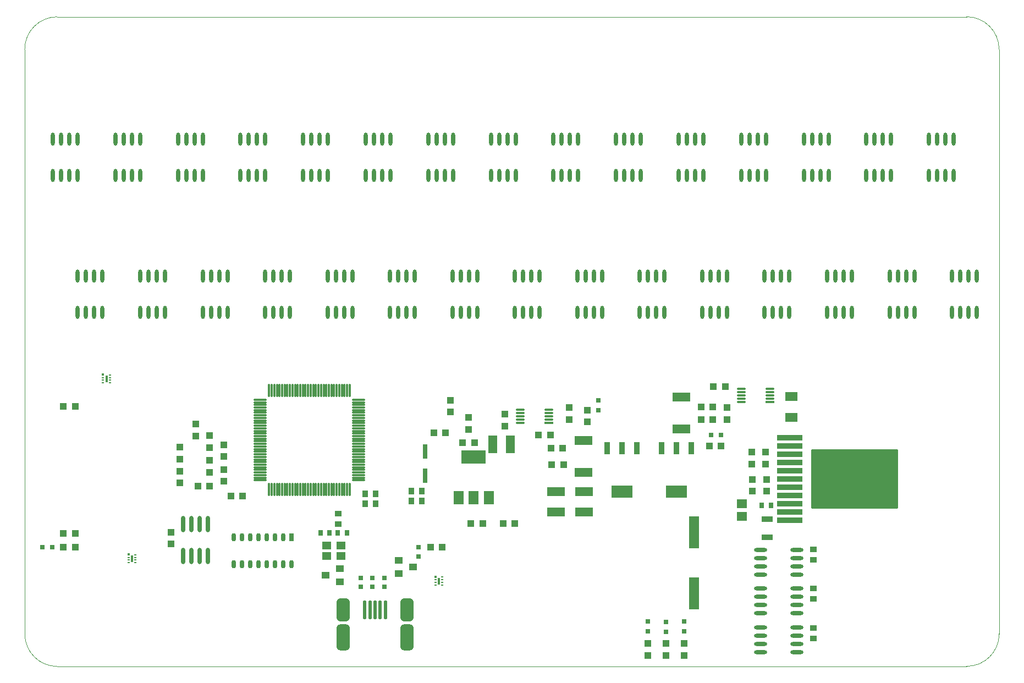
<source format=gtp>
G04 Layer_Color=8421504*
%FSLAX44Y44*%
%MOMM*%
G71*
G01*
G75*
%ADD10R,0.3500X1.1000*%
%ADD11R,0.4500X0.3500*%
%ADD12R,0.4500X0.2500*%
G04:AMPARAMS|DCode=13|XSize=0.9mm|YSize=3.9mm|CornerRadius=0.0495mm|HoleSize=0mm|Usage=FLASHONLY|Rotation=90.000|XOffset=0mm|YOffset=0mm|HoleType=Round|Shape=RoundedRectangle|*
%AMROUNDEDRECTD13*
21,1,0.9000,3.8010,0,0,90.0*
21,1,0.8010,3.9000,0,0,90.0*
1,1,0.0990,1.9005,0.4005*
1,1,0.0990,1.9005,-0.4005*
1,1,0.0990,-1.9005,-0.4005*
1,1,0.0990,-1.9005,0.4005*
%
%ADD13ROUNDEDRECTD13*%
G04:AMPARAMS|DCode=14|XSize=9.126mm|YSize=13.37mm|CornerRadius=0.0456mm|HoleSize=0mm|Usage=FLASHONLY|Rotation=90.000|XOffset=0mm|YOffset=0mm|HoleType=Round|Shape=RoundedRectangle|*
%AMROUNDEDRECTD14*
21,1,9.1260,13.2787,0,0,90.0*
21,1,9.0347,13.3700,0,0,90.0*
1,1,0.0913,6.6394,4.5174*
1,1,0.0913,6.6394,-4.5174*
1,1,0.0913,-6.6394,-4.5174*
1,1,0.0913,-6.6394,4.5174*
%
%ADD14ROUNDEDRECTD14*%
%ADD15O,2.0000X0.6000*%
%ADD16O,0.6000X2.0000*%
%ADD17R,1.1000X1.1000*%
%ADD18R,1.6000X5.0000*%
%ADD19R,1.1000X1.1000*%
%ADD20R,0.7620X0.7620*%
%ADD21R,2.8000X1.4500*%
%ADD22R,1.4500X0.3000*%
%ADD23O,1.4500X0.3000*%
%ADD24R,0.7620X0.7620*%
%ADD25R,1.3000X1.0000*%
%ADD26R,1.3000X1.0000*%
%ADD27R,0.6500X2.2000*%
%ADD28O,0.7000X2.5000*%
%ADD29O,2.1000X0.3000*%
%ADD30O,0.3000X2.1000*%
%ADD31R,1.5500X1.3500*%
%ADD32R,1.7000X0.9500*%
%ADD33R,1.9000X1.3500*%
%ADD34R,0.8000X0.7000*%
%ADD35R,0.7000X0.9000*%
%ADD36R,1.0000X0.9000*%
%ADD37R,1.4000X1.2000*%
%ADD38R,0.9000X1.9000*%
%ADD39R,3.2000X1.9000*%
G04:AMPARAMS|DCode=40|XSize=2.8mm|YSize=0.5mm|CornerRadius=0.125mm|HoleSize=0mm|Usage=FLASHONLY|Rotation=270.000|XOffset=0mm|YOffset=0mm|HoleType=Round|Shape=RoundedRectangle|*
%AMROUNDEDRECTD40*
21,1,2.8000,0.2500,0,0,270.0*
21,1,2.5500,0.5000,0,0,270.0*
1,1,0.2500,-0.1250,-1.2750*
1,1,0.2500,-0.1250,1.2750*
1,1,0.2500,0.1250,1.2750*
1,1,0.2500,0.1250,-1.2750*
%
%ADD40ROUNDEDRECTD40*%
G04:AMPARAMS|DCode=41|XSize=3.5mm|YSize=2.05mm|CornerRadius=0.5125mm|HoleSize=0mm|Usage=FLASHONLY|Rotation=270.000|XOffset=0mm|YOffset=0mm|HoleType=Round|Shape=RoundedRectangle|*
%AMROUNDEDRECTD41*
21,1,3.5000,1.0250,0,0,270.0*
21,1,2.4750,2.0500,0,0,270.0*
1,1,1.0250,-0.5125,-1.2375*
1,1,1.0250,-0.5125,1.2375*
1,1,1.0250,0.5125,1.2375*
1,1,1.0250,0.5125,-1.2375*
%
%ADD41ROUNDEDRECTD41*%
G04:AMPARAMS|DCode=42|XSize=4mm|YSize=2.05mm|CornerRadius=0.5125mm|HoleSize=0mm|Usage=FLASHONLY|Rotation=270.000|XOffset=0mm|YOffset=0mm|HoleType=Round|Shape=RoundedRectangle|*
%AMROUNDEDRECTD42*
21,1,4.0000,1.0250,0,0,270.0*
21,1,2.9750,2.0500,0,0,270.0*
1,1,1.0250,-0.5125,-1.4875*
1,1,1.0250,-0.5125,1.4875*
1,1,1.0250,0.5125,1.4875*
1,1,1.0250,0.5125,-1.4875*
%
%ADD42ROUNDEDRECTD42*%
G04:AMPARAMS|DCode=43|XSize=3.5mm|YSize=2.05mm|CornerRadius=0.5125mm|HoleSize=0mm|Usage=FLASHONLY|Rotation=270.000|XOffset=0mm|YOffset=0mm|HoleType=Round|Shape=RoundedRectangle|*
%AMROUNDEDRECTD43*
21,1,3.5000,1.0250,0,0,270.0*
21,1,2.4750,2.0500,0,0,270.0*
1,1,1.0250,-0.5125,-1.2375*
1,1,1.0250,-0.5125,1.2375*
1,1,1.0250,0.5125,1.2375*
1,1,1.0250,0.5125,-1.2375*
%
%ADD43ROUNDEDRECTD43*%
%ADD44R,0.9000X1.0000*%
%ADD45R,1.4000X2.7000*%
%ADD46R,2.8000X1.3500*%
%ADD47O,0.7600X1.2700*%
%ADD48R,0.7600X1.2700*%
%ADD49R,3.8100X2.0320*%
%ADD50R,1.5240X2.0320*%
%ADD63C,0.1000*%
D10*
X165100Y-834390D02*
D03*
X125730Y-557530D02*
D03*
X637540Y-868680D02*
D03*
D11*
X159850Y-827890D02*
D03*
X120480Y-551030D02*
D03*
X632290Y-862180D02*
D03*
D12*
X170350Y-828390D02*
D03*
X159850Y-832390D02*
D03*
Y-836390D02*
D03*
Y-840390D02*
D03*
X170350D02*
D03*
Y-836390D02*
D03*
Y-832390D02*
D03*
X130980Y-555530D02*
D03*
Y-559530D02*
D03*
Y-563530D02*
D03*
X120480D02*
D03*
Y-559530D02*
D03*
Y-555530D02*
D03*
X130980Y-551530D02*
D03*
X642790Y-866680D02*
D03*
Y-870680D02*
D03*
Y-874680D02*
D03*
X632290D02*
D03*
Y-870680D02*
D03*
Y-866680D02*
D03*
X642790Y-862680D02*
D03*
D13*
X1177760Y-647700D02*
D03*
Y-660400D02*
D03*
Y-673100D02*
D03*
Y-685800D02*
D03*
Y-698500D02*
D03*
Y-711200D02*
D03*
Y-723900D02*
D03*
Y-736600D02*
D03*
Y-749300D02*
D03*
Y-762000D02*
D03*
Y-774700D02*
D03*
D14*
X1277260Y-711200D02*
D03*
D15*
X1132840Y-977900D02*
D03*
X1188720Y-939800D02*
D03*
Y-977900D02*
D03*
X1132840Y-952500D02*
D03*
Y-939800D02*
D03*
X1188720Y-952500D02*
D03*
X1132840Y-965200D02*
D03*
X1188720D02*
D03*
X1132840Y-858520D02*
D03*
X1188720Y-820420D02*
D03*
Y-858520D02*
D03*
X1132840Y-833120D02*
D03*
Y-820420D02*
D03*
X1188720Y-833120D02*
D03*
X1132840Y-845820D02*
D03*
X1188720D02*
D03*
X1132840Y-918210D02*
D03*
X1188720Y-880110D02*
D03*
Y-918210D02*
D03*
X1132840Y-892810D02*
D03*
Y-880110D02*
D03*
X1188720Y-892810D02*
D03*
X1132840Y-905510D02*
D03*
X1188720D02*
D03*
D16*
X1430020Y-243840D02*
D03*
X1391920Y-187960D02*
D03*
X1430020D02*
D03*
X1404620Y-243840D02*
D03*
X1391920D02*
D03*
X1404620Y-187960D02*
D03*
X1417320Y-243840D02*
D03*
Y-187960D02*
D03*
X1427480Y-398780D02*
D03*
X1465580Y-454660D02*
D03*
X1427480D02*
D03*
X1452880Y-398780D02*
D03*
X1465580D02*
D03*
X1452880Y-454660D02*
D03*
X1440180Y-398780D02*
D03*
Y-454660D02*
D03*
X1333681Y-243840D02*
D03*
X1295581Y-187960D02*
D03*
X1333681D02*
D03*
X1308281Y-243840D02*
D03*
X1295581D02*
D03*
X1308281Y-187960D02*
D03*
X1320981Y-243840D02*
D03*
Y-187960D02*
D03*
X1331346Y-398780D02*
D03*
X1369446Y-454660D02*
D03*
X1331346D02*
D03*
X1356746Y-398780D02*
D03*
X1369446D02*
D03*
X1356746Y-454660D02*
D03*
X1344046Y-398780D02*
D03*
Y-454660D02*
D03*
X1237343Y-243840D02*
D03*
X1199243Y-187960D02*
D03*
X1237343D02*
D03*
X1211943Y-243840D02*
D03*
X1199243D02*
D03*
X1211943Y-187960D02*
D03*
X1224643Y-243840D02*
D03*
Y-187960D02*
D03*
X1235213Y-398780D02*
D03*
X1273313Y-454660D02*
D03*
X1235213D02*
D03*
X1260613Y-398780D02*
D03*
X1273313D02*
D03*
X1260613Y-454660D02*
D03*
X1247913Y-398780D02*
D03*
Y-454660D02*
D03*
X1141004Y-243840D02*
D03*
X1102904Y-187960D02*
D03*
X1141004D02*
D03*
X1115604Y-243840D02*
D03*
X1102904D02*
D03*
X1115604Y-187960D02*
D03*
X1128304Y-243840D02*
D03*
Y-187960D02*
D03*
X1139079Y-398780D02*
D03*
X1177179Y-454660D02*
D03*
X1139079D02*
D03*
X1164479Y-398780D02*
D03*
X1177179D02*
D03*
X1164479Y-454660D02*
D03*
X1151779Y-398780D02*
D03*
Y-454660D02*
D03*
X1044666Y-243840D02*
D03*
X1006566Y-187960D02*
D03*
X1044666D02*
D03*
X1019266Y-243840D02*
D03*
X1006566D02*
D03*
X1019266Y-187960D02*
D03*
X1031966Y-243840D02*
D03*
Y-187960D02*
D03*
X1042946Y-398780D02*
D03*
X1081046Y-454660D02*
D03*
X1042946D02*
D03*
X1068346Y-398780D02*
D03*
X1081046D02*
D03*
X1068346Y-454660D02*
D03*
X1055646Y-398780D02*
D03*
Y-454660D02*
D03*
X948327Y-243840D02*
D03*
X910227Y-187960D02*
D03*
X948327D02*
D03*
X922927Y-243840D02*
D03*
X910227D02*
D03*
X922927Y-187960D02*
D03*
X935627Y-243840D02*
D03*
Y-187960D02*
D03*
X946812Y-398780D02*
D03*
X984912Y-454660D02*
D03*
X946812D02*
D03*
X972212Y-398780D02*
D03*
X984912D02*
D03*
X972212Y-454660D02*
D03*
X959512Y-398780D02*
D03*
Y-454660D02*
D03*
X851989Y-243840D02*
D03*
X813888Y-187960D02*
D03*
X851989D02*
D03*
X826589Y-243840D02*
D03*
X813888D02*
D03*
X826589Y-187960D02*
D03*
X839288Y-243840D02*
D03*
Y-187960D02*
D03*
X850678Y-398780D02*
D03*
X888779Y-454660D02*
D03*
X850678D02*
D03*
X876078Y-398780D02*
D03*
X888779D02*
D03*
X876078Y-454660D02*
D03*
X863379Y-398780D02*
D03*
Y-454660D02*
D03*
X755650Y-243840D02*
D03*
X717550Y-187960D02*
D03*
X755650D02*
D03*
X730250Y-243840D02*
D03*
X717550D02*
D03*
X730250Y-187960D02*
D03*
X742950Y-243840D02*
D03*
Y-187960D02*
D03*
X754545Y-398780D02*
D03*
X792645Y-454660D02*
D03*
X754545D02*
D03*
X779945Y-398780D02*
D03*
X792645D02*
D03*
X779945Y-454660D02*
D03*
X767245Y-398780D02*
D03*
Y-454660D02*
D03*
X659311Y-243840D02*
D03*
X621211Y-187960D02*
D03*
X659311D02*
D03*
X633911Y-243840D02*
D03*
X621211D02*
D03*
X633911Y-187960D02*
D03*
X646611Y-243840D02*
D03*
Y-187960D02*
D03*
X658411Y-398780D02*
D03*
X696511Y-454660D02*
D03*
X658411D02*
D03*
X683811Y-398780D02*
D03*
X696511D02*
D03*
X683811Y-454660D02*
D03*
X671111Y-398780D02*
D03*
Y-454660D02*
D03*
X562973Y-243840D02*
D03*
X524873Y-187960D02*
D03*
X562973D02*
D03*
X537573Y-243840D02*
D03*
X524873D02*
D03*
X537573Y-187960D02*
D03*
X550273Y-243840D02*
D03*
Y-187960D02*
D03*
X562278Y-398780D02*
D03*
X600378Y-454660D02*
D03*
X562278D02*
D03*
X587678Y-398780D02*
D03*
X600378D02*
D03*
X587678Y-454660D02*
D03*
X574978Y-398780D02*
D03*
Y-454660D02*
D03*
X466634Y-243840D02*
D03*
X428534Y-187960D02*
D03*
X466634D02*
D03*
X441234Y-243840D02*
D03*
X428534D02*
D03*
X441234Y-187960D02*
D03*
X453934Y-243840D02*
D03*
Y-187960D02*
D03*
X466090Y-398780D02*
D03*
X504190Y-454660D02*
D03*
X466090D02*
D03*
X491490Y-398780D02*
D03*
X504190D02*
D03*
X491490Y-454660D02*
D03*
X478790Y-398780D02*
D03*
Y-454660D02*
D03*
X370296Y-243840D02*
D03*
X332196Y-187960D02*
D03*
X370296D02*
D03*
X344896Y-243840D02*
D03*
X332196D02*
D03*
X344896Y-187960D02*
D03*
X357596Y-243840D02*
D03*
Y-187960D02*
D03*
X370011Y-398780D02*
D03*
X408111Y-454660D02*
D03*
X370011D02*
D03*
X395411Y-398780D02*
D03*
X408111D02*
D03*
X395411Y-454660D02*
D03*
X382711Y-398780D02*
D03*
Y-454660D02*
D03*
X273957Y-243840D02*
D03*
X235857Y-187960D02*
D03*
X273957D02*
D03*
X248557Y-243840D02*
D03*
X235857D02*
D03*
X248557Y-187960D02*
D03*
X261257Y-243840D02*
D03*
Y-187960D02*
D03*
X273877Y-398780D02*
D03*
X311977Y-454660D02*
D03*
X273877D02*
D03*
X299277Y-398780D02*
D03*
X311977D02*
D03*
X299277Y-454660D02*
D03*
X286577Y-398780D02*
D03*
Y-454660D02*
D03*
X177619Y-243840D02*
D03*
X139519Y-187960D02*
D03*
X177619D02*
D03*
X152219Y-243840D02*
D03*
X139519D02*
D03*
X152219Y-187960D02*
D03*
X164919Y-243840D02*
D03*
Y-187960D02*
D03*
X177744Y-398780D02*
D03*
X215844Y-454660D02*
D03*
X177744D02*
D03*
X203144Y-398780D02*
D03*
X215844D02*
D03*
X203144Y-454660D02*
D03*
X190444Y-398780D02*
D03*
Y-454660D02*
D03*
X81280Y-243840D02*
D03*
X43180Y-187960D02*
D03*
X81280D02*
D03*
X55880Y-243840D02*
D03*
X43180D02*
D03*
X55880Y-187960D02*
D03*
X68580Y-243840D02*
D03*
Y-187960D02*
D03*
X81610Y-398780D02*
D03*
X119710Y-454660D02*
D03*
X81610D02*
D03*
X107010Y-398780D02*
D03*
X119710D02*
D03*
X107010Y-454660D02*
D03*
X94310Y-398780D02*
D03*
Y-454660D02*
D03*
D17*
X238760Y-699660D02*
D03*
Y-717660D02*
D03*
X238760Y-680830D02*
D03*
Y-662830D02*
D03*
X655320Y-590440D02*
D03*
Y-608440D02*
D03*
X683260Y-635110D02*
D03*
Y-617110D02*
D03*
X1080770Y-601870D02*
D03*
Y-619870D02*
D03*
X986790Y-982980D02*
D03*
Y-964980D02*
D03*
X866140Y-623680D02*
D03*
Y-605680D02*
D03*
X284480Y-683150D02*
D03*
Y-701150D02*
D03*
X284480Y-663050D02*
D03*
Y-645050D02*
D03*
X306070Y-677020D02*
D03*
Y-659020D02*
D03*
X306070Y-697120D02*
D03*
Y-715120D02*
D03*
X262890Y-627270D02*
D03*
Y-645270D02*
D03*
X224790Y-793640D02*
D03*
Y-811640D02*
D03*
X1141730Y-712360D02*
D03*
Y-730360D02*
D03*
X1120140D02*
D03*
Y-712360D02*
D03*
X838200Y-601870D02*
D03*
Y-619870D02*
D03*
X739140Y-630030D02*
D03*
Y-612030D02*
D03*
X1014730Y-964980D02*
D03*
Y-982980D02*
D03*
X958850Y-964980D02*
D03*
Y-982980D02*
D03*
X1140460Y-670450D02*
D03*
Y-688450D02*
D03*
X1118870Y-688450D02*
D03*
Y-670450D02*
D03*
D18*
X1029970Y-887740D02*
D03*
Y-793740D02*
D03*
D19*
X77580Y-816610D02*
D03*
X59580D02*
D03*
X810150Y-664210D02*
D03*
X828150D02*
D03*
X811420Y-689610D02*
D03*
X829420D02*
D03*
X1059290Y-600710D02*
D03*
X1041290D02*
D03*
X1059290Y-619760D02*
D03*
X1041290D02*
D03*
X809100Y-643890D02*
D03*
X791100D02*
D03*
X1053990Y-660400D02*
D03*
X1071990D02*
D03*
X59580Y-599440D02*
D03*
X77580D02*
D03*
X266590Y-722630D02*
D03*
X284590D02*
D03*
X674260Y-655320D02*
D03*
X692260D02*
D03*
X624730Y-816610D02*
D03*
X642730D02*
D03*
X335390Y-737870D02*
D03*
X317390D02*
D03*
X647810Y-640080D02*
D03*
X629810D02*
D03*
X1060340Y-568960D02*
D03*
X1078340D02*
D03*
X59580Y-795020D02*
D03*
X77580D02*
D03*
X704960Y-779780D02*
D03*
X686960D02*
D03*
X736490Y-779780D02*
D03*
X754490D02*
D03*
D20*
X41910Y-816610D02*
D03*
X26670D02*
D03*
X1071880Y-643890D02*
D03*
X1056640D02*
D03*
D21*
X860280Y-652410D02*
D03*
Y-701410D02*
D03*
X1010920Y-585100D02*
D03*
Y-634100D02*
D03*
D22*
X1146810Y-593090D02*
D03*
X806450Y-624840D02*
D03*
D23*
X1146810Y-588090D02*
D03*
Y-583090D02*
D03*
Y-578090D02*
D03*
Y-573090D02*
D03*
X1102810Y-593090D02*
D03*
Y-588090D02*
D03*
Y-583090D02*
D03*
Y-578090D02*
D03*
Y-573090D02*
D03*
X762450Y-604840D02*
D03*
Y-609840D02*
D03*
Y-614840D02*
D03*
Y-619840D02*
D03*
Y-624840D02*
D03*
X806450Y-604840D02*
D03*
Y-609840D02*
D03*
Y-614840D02*
D03*
Y-619840D02*
D03*
D24*
X986790Y-932070D02*
D03*
Y-947310D02*
D03*
X882650Y-590550D02*
D03*
Y-605790D02*
D03*
X1014730Y-930800D02*
D03*
Y-946040D02*
D03*
X958850Y-930800D02*
D03*
Y-946040D02*
D03*
D25*
X485140Y-869950D02*
D03*
X463140Y-859950D02*
D03*
X597310Y-846930D02*
D03*
X575310Y-836930D02*
D03*
D26*
X485140Y-849950D02*
D03*
X575310Y-856930D02*
D03*
D27*
X616682Y-669340D02*
D03*
Y-706340D02*
D03*
D28*
X281940Y-780680D02*
D03*
X269240D02*
D03*
X256540D02*
D03*
X243840D02*
D03*
X281940Y-829680D02*
D03*
X269240D02*
D03*
X256540D02*
D03*
X243840D02*
D03*
D29*
X514150Y-589510D02*
D03*
Y-593510D02*
D03*
Y-597510D02*
D03*
Y-601510D02*
D03*
Y-605510D02*
D03*
Y-609510D02*
D03*
Y-613510D02*
D03*
Y-617510D02*
D03*
Y-621510D02*
D03*
Y-625510D02*
D03*
Y-629510D02*
D03*
Y-633510D02*
D03*
Y-637510D02*
D03*
Y-641510D02*
D03*
Y-645510D02*
D03*
Y-649510D02*
D03*
Y-653510D02*
D03*
Y-657510D02*
D03*
Y-661510D02*
D03*
Y-665510D02*
D03*
Y-669510D02*
D03*
Y-673510D02*
D03*
Y-677510D02*
D03*
Y-681510D02*
D03*
Y-685510D02*
D03*
Y-689510D02*
D03*
Y-693510D02*
D03*
Y-697510D02*
D03*
Y-701510D02*
D03*
Y-705510D02*
D03*
Y-709510D02*
D03*
Y-713510D02*
D03*
X362150D02*
D03*
Y-709510D02*
D03*
Y-705510D02*
D03*
Y-701510D02*
D03*
Y-697510D02*
D03*
Y-693510D02*
D03*
Y-689510D02*
D03*
Y-685510D02*
D03*
Y-681510D02*
D03*
Y-677510D02*
D03*
Y-673510D02*
D03*
Y-669510D02*
D03*
Y-665510D02*
D03*
Y-661510D02*
D03*
Y-657510D02*
D03*
Y-653510D02*
D03*
Y-649510D02*
D03*
Y-645510D02*
D03*
Y-641510D02*
D03*
Y-637510D02*
D03*
Y-633510D02*
D03*
Y-629510D02*
D03*
Y-625510D02*
D03*
Y-621510D02*
D03*
Y-617510D02*
D03*
Y-613510D02*
D03*
Y-609510D02*
D03*
Y-605510D02*
D03*
Y-601510D02*
D03*
Y-597510D02*
D03*
Y-593510D02*
D03*
Y-589510D02*
D03*
D30*
X500150Y-727510D02*
D03*
X496150D02*
D03*
X492150D02*
D03*
X488150D02*
D03*
X484150D02*
D03*
X480150D02*
D03*
X476150D02*
D03*
X472150D02*
D03*
X468150D02*
D03*
X464150D02*
D03*
X460150D02*
D03*
X456150D02*
D03*
X452150D02*
D03*
X448150D02*
D03*
X444150D02*
D03*
X440150D02*
D03*
X436150D02*
D03*
X432150D02*
D03*
X428150D02*
D03*
X424150D02*
D03*
X420150D02*
D03*
X416150D02*
D03*
X412150D02*
D03*
X408150D02*
D03*
X404150D02*
D03*
X400150D02*
D03*
X396150D02*
D03*
X392150D02*
D03*
X388150D02*
D03*
X384150D02*
D03*
X380150D02*
D03*
X376150D02*
D03*
Y-575510D02*
D03*
X380150D02*
D03*
X384150D02*
D03*
X388150D02*
D03*
X392150D02*
D03*
X396150D02*
D03*
X400150D02*
D03*
X404150D02*
D03*
X408150D02*
D03*
X412150D02*
D03*
X416150D02*
D03*
X420150D02*
D03*
X424150D02*
D03*
X428150D02*
D03*
X432150D02*
D03*
X436150D02*
D03*
X440150D02*
D03*
X444150D02*
D03*
X448150D02*
D03*
X452150D02*
D03*
X456150D02*
D03*
X460150D02*
D03*
X464150D02*
D03*
X468150D02*
D03*
X472150D02*
D03*
X476150D02*
D03*
X480150D02*
D03*
X484150D02*
D03*
X488150D02*
D03*
X492150D02*
D03*
X496150D02*
D03*
X500150D02*
D03*
D31*
X1103630Y-749460D02*
D03*
Y-769460D02*
D03*
D32*
X1143000Y-773400D02*
D03*
Y-801400D02*
D03*
D33*
X1179830Y-616710D02*
D03*
Y-584710D02*
D03*
D34*
X605790Y-830580D02*
D03*
Y-816580D02*
D03*
X516890Y-877600D02*
D03*
Y-863600D02*
D03*
X534670D02*
D03*
Y-877600D02*
D03*
X553720D02*
D03*
Y-863600D02*
D03*
D35*
X481950Y-794510D02*
D03*
X495950D02*
D03*
X469280Y-794510D02*
D03*
X455280D02*
D03*
X1134730Y-751840D02*
D03*
X1148730D02*
D03*
D36*
X482600Y-780920D02*
D03*
Y-764920D02*
D03*
X1214120Y-895730D02*
D03*
Y-879730D02*
D03*
Y-956690D02*
D03*
Y-940690D02*
D03*
Y-836040D02*
D03*
Y-820040D02*
D03*
D37*
X464410Y-814070D02*
D03*
Y-830070D02*
D03*
X486410Y-814070D02*
D03*
Y-830070D02*
D03*
D38*
X1026300Y-663730D02*
D03*
X1003300D02*
D03*
X980300D02*
D03*
X942480D02*
D03*
X919480D02*
D03*
X896480D02*
D03*
D39*
X1003300Y-730730D02*
D03*
X919480D02*
D03*
D40*
X539240Y-913130D02*
D03*
X555240D02*
D03*
X547240D02*
D03*
X523240D02*
D03*
X531240D02*
D03*
D41*
X588490Y-912880D02*
D03*
D42*
Y-955380D02*
D03*
X489990D02*
D03*
D43*
Y-912880D02*
D03*
D44*
X611250Y-730250D02*
D03*
X595250D02*
D03*
X611250Y-745490D02*
D03*
X595250D02*
D03*
X540130Y-734060D02*
D03*
X524130D02*
D03*
X540130Y-749300D02*
D03*
X524130D02*
D03*
D45*
X720310Y-657860D02*
D03*
X747810D02*
D03*
D46*
X861060Y-730760D02*
D03*
Y-762760D02*
D03*
X817880Y-730760D02*
D03*
Y-762760D02*
D03*
D47*
X321310Y-842370D02*
D03*
X334010D02*
D03*
X346710D02*
D03*
X359410D02*
D03*
X372110D02*
D03*
X384810D02*
D03*
X397510D02*
D03*
X410210D02*
D03*
X321310Y-801370D02*
D03*
X334010D02*
D03*
X346710D02*
D03*
X359410D02*
D03*
X372110D02*
D03*
X384810D02*
D03*
X397510D02*
D03*
D48*
X410210D02*
D03*
D49*
X691134Y-677418D02*
D03*
D50*
X714248Y-740410D02*
D03*
X691134D02*
D03*
X668020D02*
D03*
D63*
X1450128Y-999960D02*
G03*
X1500128Y-949960I0J50000D01*
G01*
X1499960Y-49872D02*
G03*
X1449960Y127I-50000J0D01*
G01*
X49872Y-40D02*
G03*
X-127Y-50040I0J-50000D01*
G01*
X40Y-950127D02*
G03*
X50040Y-1000127I50000J0D01*
G01*
X50000Y0D02*
X1450000D01*
X0Y-950000D02*
Y-50000D01*
X50000Y-1000000D02*
X1450000D01*
X1500000Y-950000D02*
Y-50000D01*
M02*

</source>
